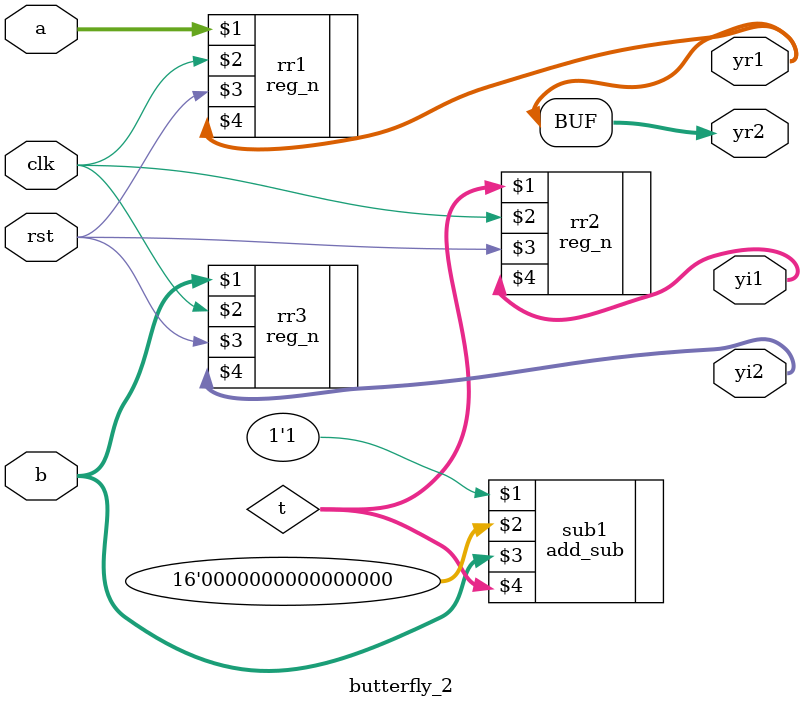
<source format=v>





module butterfly_2(a,b,clk,rst,yr1,yr2,yi1,yi2);
    parameter N = 4;
    input  [(2**N)-1:0] a,b;
    input clk,rst;
    output [(2**N)-1:0] yr1,yr2,yi1,yi2; //output for real number and imaginary number
    wire [(2**N)-1:0] t;

    parameter zero_real = 16'b0000000000000000;

    reg_n rr1 (a,clk,rst,yr1);
    add_sub sub1(1'b1,zero_real,b,t); //s1 = 0-b
    reg_n rr2 (t,clk,rst,yi1);
	 reg_n rr3 (b,clk,rst,yi2);
    assign yr2 = yr1;
 

endmodule



</source>
